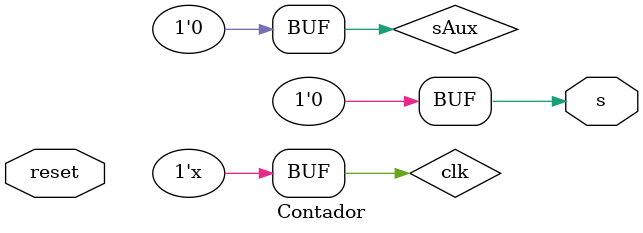
<source format=sv>
module Contador (input reset, output s);
	logic [4:0] cont = 30;
	logic sAux = 0;
	reg clk = 0;
	
	always
		begin
		clk = ~clk; #5;
		end

	always_ff @(posedge clk, posedge reset)
		begin
		if(reset)
			cont = 30;
		else
			cont = cont-1;
		end
	assign s = sAux;
endmodule 

</source>
